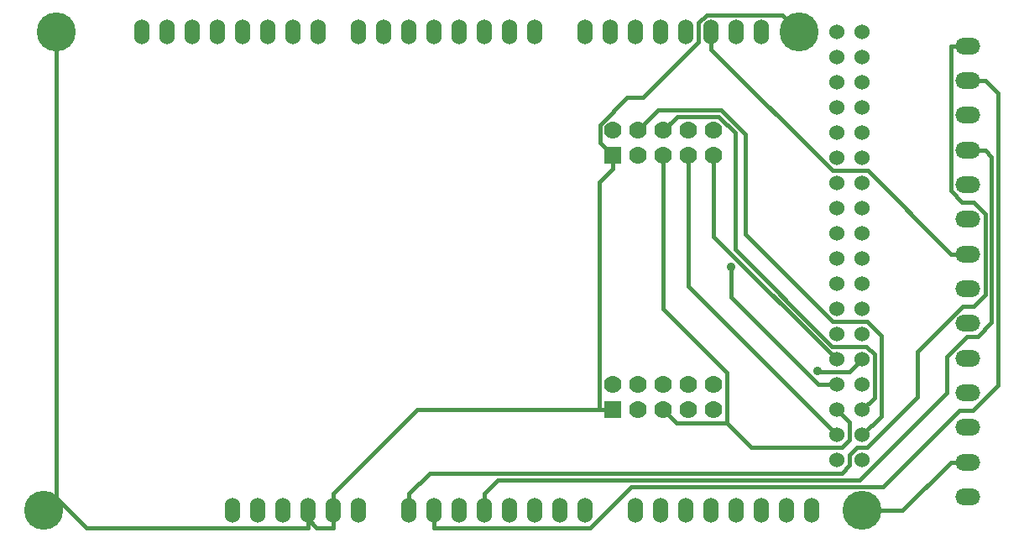
<source format=gbl>
G04 (created by PCBNEW (2013-jul-07)-stable) date Wed 24 Jun 2015 12:25:48 PM PDT*
%MOIN*%
G04 Gerber Fmt 3.4, Leading zero omitted, Abs format*
%FSLAX34Y34*%
G01*
G70*
G90*
G04 APERTURE LIST*
%ADD10C,0.00590551*%
%ADD11O,0.1X0.065*%
%ADD12R,0.07X0.07*%
%ADD13C,0.07*%
%ADD14O,0.06X0.1*%
%ADD15C,0.155*%
%ADD16C,0.06*%
%ADD17C,0.035*%
%ADD18C,0.015*%
G04 APERTURE END LIST*
G54D10*
G54D11*
X86700Y-52550D03*
X86700Y-51173D03*
X86700Y-49796D03*
X86700Y-48419D03*
X86700Y-47042D03*
X86700Y-45665D03*
X86700Y-44288D03*
X86700Y-42911D03*
X86700Y-41534D03*
X86700Y-40157D03*
X86700Y-37403D03*
X86700Y-38780D03*
X86700Y-36026D03*
X86700Y-34649D03*
G54D12*
X72600Y-39000D03*
G54D13*
X72600Y-38000D03*
X73600Y-39000D03*
X73600Y-38000D03*
X74600Y-39000D03*
X74600Y-38000D03*
X75600Y-39000D03*
X75600Y-38000D03*
X76600Y-39000D03*
X76600Y-38000D03*
G54D12*
X72600Y-49100D03*
G54D13*
X72600Y-48100D03*
X73600Y-49100D03*
X73600Y-48100D03*
X74600Y-49100D03*
X74600Y-48100D03*
X75600Y-49100D03*
X75600Y-48100D03*
X76600Y-49100D03*
X76600Y-48100D03*
G54D14*
X71500Y-34100D03*
X72500Y-34100D03*
X73500Y-34100D03*
X74500Y-34100D03*
X75500Y-34100D03*
X76500Y-34100D03*
X77500Y-34100D03*
X78500Y-34100D03*
X80500Y-53100D03*
X79500Y-53100D03*
X78500Y-53100D03*
X77500Y-53100D03*
X73500Y-53100D03*
X71500Y-53100D03*
X70500Y-53100D03*
X74500Y-53100D03*
X75500Y-53100D03*
X76500Y-53100D03*
X69500Y-53100D03*
X68500Y-53100D03*
X67500Y-53100D03*
X64500Y-53100D03*
X65500Y-53100D03*
X66500Y-53100D03*
X62500Y-53100D03*
X61500Y-53100D03*
X60500Y-53100D03*
X58500Y-53100D03*
X57500Y-53100D03*
X69500Y-34100D03*
X68500Y-34100D03*
X67500Y-34100D03*
X66500Y-34100D03*
X65500Y-34100D03*
X64500Y-34100D03*
X63500Y-34100D03*
X62500Y-34100D03*
X60900Y-34100D03*
X59900Y-34100D03*
X58900Y-34100D03*
X57900Y-34100D03*
X56900Y-34100D03*
X55900Y-34100D03*
X54900Y-34100D03*
X53900Y-34100D03*
X59500Y-53100D03*
G54D15*
X82500Y-53100D03*
X80000Y-34100D03*
X50500Y-34100D03*
X50000Y-53100D03*
G54D16*
X81500Y-35100D03*
X82500Y-35100D03*
X81500Y-36100D03*
X82500Y-36100D03*
X81500Y-37100D03*
X82500Y-37100D03*
X81500Y-38100D03*
X82500Y-38100D03*
X81500Y-34100D03*
X82500Y-34100D03*
X82500Y-39100D03*
X81500Y-39100D03*
X81500Y-40100D03*
X82500Y-40100D03*
X81500Y-41100D03*
X82500Y-41100D03*
X81500Y-42100D03*
X82500Y-42100D03*
X81500Y-43100D03*
X82500Y-43100D03*
X81500Y-44100D03*
X82500Y-44100D03*
X81500Y-45100D03*
X82500Y-45100D03*
X81500Y-46100D03*
X82500Y-46100D03*
X81500Y-47100D03*
X82500Y-47100D03*
X81500Y-48100D03*
X82500Y-48100D03*
X81500Y-49100D03*
X82500Y-49100D03*
X81500Y-50100D03*
X82500Y-50100D03*
X81500Y-51100D03*
X82500Y-51100D03*
G54D17*
X77299Y-43420D03*
X80729Y-47568D03*
G54D18*
X86024Y-40404D02*
X86024Y-34649D01*
X86466Y-40845D02*
X86024Y-40404D01*
X86908Y-40845D02*
X86466Y-40845D01*
X87375Y-41312D02*
X86908Y-40845D01*
X87375Y-44533D02*
X87375Y-41312D01*
X86931Y-44977D02*
X87375Y-44533D01*
X86487Y-44977D02*
X86931Y-44977D01*
X84689Y-46774D02*
X86487Y-44977D01*
X84689Y-48599D02*
X84689Y-46774D01*
X82689Y-50600D02*
X84689Y-48599D01*
X82295Y-50600D02*
X82689Y-50600D01*
X82000Y-50895D02*
X82295Y-50600D01*
X82000Y-51302D02*
X82000Y-50895D01*
X81689Y-51612D02*
X82000Y-51302D01*
X65312Y-51612D02*
X81689Y-51612D01*
X64500Y-52424D02*
X65312Y-51612D01*
X64500Y-53100D02*
X64500Y-52424D01*
X86700Y-34649D02*
X86024Y-34649D01*
X87886Y-36537D02*
X87375Y-36026D01*
X87886Y-48131D02*
X87886Y-36537D01*
X86898Y-49119D02*
X87886Y-48131D01*
X86358Y-49119D02*
X86898Y-49119D01*
X83327Y-52149D02*
X86358Y-49119D01*
X73323Y-52149D02*
X83327Y-52149D01*
X71698Y-53775D02*
X73323Y-52149D01*
X65500Y-53775D02*
X71698Y-53775D01*
X65500Y-53100D02*
X65500Y-53775D01*
X86700Y-36026D02*
X87375Y-36026D01*
X87634Y-39040D02*
X87375Y-38780D01*
X87634Y-45628D02*
X87634Y-39040D01*
X87076Y-46187D02*
X87634Y-45628D01*
X86672Y-46187D02*
X87076Y-46187D01*
X85860Y-47000D02*
X86672Y-46187D01*
X85860Y-48413D02*
X85860Y-47000D01*
X82386Y-51887D02*
X85860Y-48413D01*
X68037Y-51887D02*
X82386Y-51887D01*
X67500Y-52424D02*
X68037Y-51887D01*
X67500Y-53100D02*
X67500Y-52424D01*
X86700Y-38780D02*
X87375Y-38780D01*
X74403Y-37196D02*
X73600Y-38000D01*
X76896Y-37196D02*
X74403Y-37196D01*
X77864Y-38164D02*
X76896Y-37196D01*
X77864Y-42136D02*
X77864Y-38164D01*
X81327Y-45600D02*
X77864Y-42136D01*
X82683Y-45600D02*
X81327Y-45600D01*
X83243Y-46159D02*
X82683Y-45600D01*
X83243Y-49356D02*
X83243Y-46159D01*
X82500Y-50100D02*
X83243Y-49356D01*
X82713Y-39600D02*
X86024Y-42911D01*
X81324Y-39600D02*
X82713Y-39600D01*
X76500Y-34775D02*
X81324Y-39600D01*
X76500Y-34100D02*
X76500Y-34775D01*
X86700Y-42911D02*
X86024Y-42911D01*
X75130Y-49630D02*
X74600Y-49100D01*
X77132Y-49630D02*
X75130Y-49630D01*
X74600Y-45090D02*
X74600Y-39000D01*
X77132Y-47622D02*
X74600Y-45090D01*
X77132Y-49630D02*
X77132Y-47622D01*
X78077Y-50575D02*
X77132Y-49630D01*
X81697Y-50575D02*
X78077Y-50575D01*
X82000Y-50273D02*
X81697Y-50575D01*
X82000Y-49600D02*
X82000Y-50273D01*
X81500Y-49100D02*
X82000Y-49600D01*
X75145Y-37454D02*
X74600Y-38000D01*
X76799Y-37454D02*
X75145Y-37454D01*
X77440Y-38095D02*
X76799Y-37454D01*
X77440Y-42712D02*
X77440Y-38095D01*
X81303Y-46575D02*
X77440Y-42712D01*
X82647Y-46575D02*
X81303Y-46575D01*
X82978Y-46905D02*
X82647Y-46575D01*
X82978Y-48621D02*
X82978Y-46905D01*
X82500Y-49100D02*
X82978Y-48621D01*
X76600Y-42225D02*
X76600Y-39000D01*
X81474Y-47100D02*
X76600Y-42225D01*
X81500Y-47100D02*
X81474Y-47100D01*
X77299Y-44638D02*
X77299Y-43420D01*
X80761Y-48100D02*
X77299Y-44638D01*
X81500Y-48100D02*
X80761Y-48100D01*
X80757Y-47596D02*
X80729Y-47568D01*
X82003Y-47596D02*
X80757Y-47596D01*
X82500Y-47100D02*
X82003Y-47596D01*
X75600Y-44200D02*
X81500Y-50100D01*
X75600Y-39000D02*
X75600Y-44200D01*
X51675Y-53775D02*
X60500Y-53775D01*
X50500Y-52600D02*
X51675Y-53775D01*
X50000Y-53100D02*
X50500Y-52600D01*
X50500Y-52600D02*
X50500Y-34100D01*
X84098Y-53100D02*
X86024Y-51173D01*
X82500Y-53100D02*
X84098Y-53100D01*
X86700Y-51173D02*
X86024Y-51173D01*
X61500Y-53100D02*
X61500Y-52424D01*
X72074Y-38474D02*
X72600Y-39000D01*
X72074Y-37776D02*
X72074Y-38474D01*
X73171Y-36679D02*
X72074Y-37776D01*
X73798Y-36679D02*
X73171Y-36679D01*
X76000Y-34477D02*
X73798Y-36679D01*
X76000Y-33717D02*
X76000Y-34477D01*
X76310Y-33407D02*
X76000Y-33717D01*
X79307Y-33407D02*
X76310Y-33407D01*
X80000Y-34100D02*
X79307Y-33407D01*
X72061Y-40063D02*
X72600Y-39525D01*
X72061Y-49100D02*
X72061Y-40063D01*
X64824Y-49100D02*
X72061Y-49100D01*
X61500Y-52424D02*
X64824Y-49100D01*
X72061Y-49100D02*
X72600Y-49100D01*
X72600Y-39000D02*
X72600Y-39525D01*
X60500Y-53100D02*
X60500Y-53437D01*
X60500Y-53437D02*
X60500Y-53775D01*
X60837Y-53775D02*
X61500Y-53775D01*
X60500Y-53437D02*
X60837Y-53775D01*
X61500Y-53100D02*
X61500Y-53775D01*
M02*

</source>
